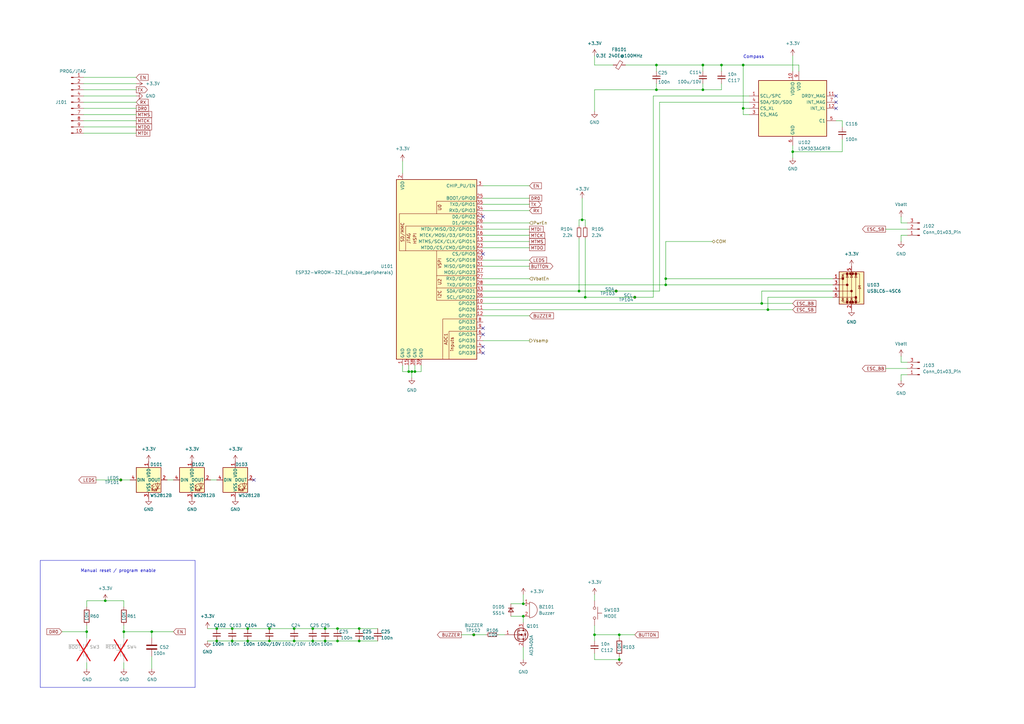
<source format=kicad_sch>
(kicad_sch (version 20231120) (generator "eeschema") (generator_version "8.0")
  (paper "A3")
  (lib_symbols
    (symbol "+3.3V_1" (power) (pin_numbers hide) (pin_names (offset 0) hide)
      (property "Value" "+3.3V" (at 0 3.556 0))
      (symbol "+3.3V_1_1_1"
        (pin power_in line (at 0 0 90) (length 0) (name "~") (number "1"))
      )
    )
    (symbol "Airsupplies:ESP32-WROOM-32E_(visible_peripherals)"
      (property "Reference" "U" (at -12.7 40.64 0))
      (property "Value" "ESP32-WROOM-32E_(visible_peripherals)" (at -12.7 38.1 0))
      (symbol "ESP32-WROOM-32E_(visible_peripherals)_0_0"
        (text "inputs" (at 6.35 -33.655 900) (effects (font (size 1.27 1.27)) (justify left)))
        (text "SD/MMC" (at -13.97 15.24 900) (effects (font (size 1.27 1.27))))
        (pin power_in line (at -13.97 -39.37 90) (length 2.54) (name "GND") (number "1"))
        (pin bidirectional line (at 19.05 -13.97 180) (length 2.54) (name "GPIO25") (number "10"))
        (pin bidirectional line (at 19.05 -16.51 180) (length 2.54) (name "GPIO26") (number "11"))
        (pin bidirectional line (at 19.05 -19.05 180) (length 2.54) (name "GPIO27") (number "12"))
        (pin bidirectional line (at 19.05 11.43 180) (length 2.54) (name "MTMS/SCK/CLK/GPIO14") (number "13"))
        (pin bidirectional line (at 19.05 16.51 180) (length 2.54) (name "MTDI/MISO/D2/GPIO12") (number "14"))
        (pin bidirectional line (at 19.05 13.97 180) (length 2.54) (name "MTCK/MOSI/D3/GPIO13") (number "16"))
        (pin no_connect line (at -19.05 3.81 0) (length 2.54) hide (name "NC") (number "17"))
        (pin no_connect line (at -19.05 1.27 0) (length 2.54) hide (name "NC") (number "18"))
        (pin no_connect line (at -19.05 -1.27 0) (length 2.54) hide (name "NC") (number "19"))
        (pin power_in line (at -13.97 39.37 270) (length 2.54) (name "VDD") (number "2"))
        (pin no_connect line (at -19.05 -3.81 0) (length 2.54) hide (name "NC") (number "20"))
        (pin no_connect line (at -19.05 -6.35 0) (length 2.54) hide (name "NC") (number "21"))
        (pin no_connect line (at -19.05 -8.89 0) (length 2.54) hide (name "NC") (number "22"))
        (pin bidirectional line (at 19.05 8.89 180) (length 2.54) (name "MTDO/CS/CMD/GPIO15") (number "23"))
        (pin bidirectional line (at 19.05 21.59 180) (length 2.54) (name "D0/GPIO2") (number "24"))
        (pin bidirectional line (at 19.05 29.21 180) (length 2.54) (name "BOOT/GPIO0") (number "25"))
        (pin bidirectional line (at 19.05 19.05 180) (length 2.54) (name "D1/GPIO4") (number "26"))
        (pin bidirectional line (at 19.05 -3.81 180) (length 2.54) (name "RXD/GPIO16") (number "27"))
        (pin bidirectional line (at 19.05 -6.35 180) (length 2.54) (name "TXD/GPIO17") (number "28"))
        (pin bidirectional line (at 19.05 6.35 180) (length 2.54) (name "CS/GPIO5") (number "29"))
        (pin input line (at 19.05 34.29 180) (length 2.54) (name "CHIP_PU/EN") (number "3"))
        (pin bidirectional line (at 19.05 3.81 180) (length 2.54) (name "SCK/GPIO18") (number "30"))
        (pin bidirectional line (at 19.05 1.27 180) (length 2.54) (name "MISO/GPIO19") (number "31"))
        (pin bidirectional line (at 19.05 -8.89 180) (length 2.54) (name "SDA/GPIO21") (number "33"))
        (pin bidirectional line (at 19.05 24.13 180) (length 2.54) (name "RXD/GPIO3") (number "34"))
        (pin bidirectional line (at 19.05 26.67 180) (length 2.54) (name "TXD/GPIO1") (number "35"))
        (pin bidirectional line (at 19.05 -11.43 180) (length 2.54) (name "SCL/GPIO22") (number "36"))
        (pin bidirectional line (at 19.05 -1.27 180) (length 2.54) (name "MOSI/GPIO23") (number "37"))
        (pin input line (at 19.05 -31.75 180) (length 2.54) (name "GPIO36") (number "4"))
        (pin input line (at 19.05 -34.29 180) (length 2.54) (name "GPIO39") (number "5"))
        (pin input line (at 19.05 -26.67 180) (length 2.54) (name "GPIO34") (number "6"))
        (pin input line (at 19.05 -29.21 180) (length 2.54) (name "GPIO35") (number "7"))
        (pin bidirectional line (at 19.05 -21.59 180) (length 2.54) (name "GPIO32") (number "8"))
        (pin bidirectional line (at 19.05 -24.13 180) (length 2.54) (name "GPIO33") (number "9"))
      )
      (symbol "ESP32-WROOM-32E_(visible_peripherals)_1_1"
        (text "ADC1" (at 3.81 -28.575 900) (effects (font (size 1.27 1.27))))
        (text "HSPI" (at -8.89 12.7 900) (effects (font (size 1.27 1.27))))
        (text "I2C" (at 1.27 -10.16 900) (effects (font (size 1.27 1.27))))
        (text "JTAG" (at -11.43 12.7 900) (effects (font (size 1.27 1.27))))
        (text "U0" (at 1.27 25.4 900) (effects (font (size 1.27 1.27))))
        (text "U2" (at 1.27 -5.08 900) (effects (font (size 1.27 1.27))))
        (text "VSPI" (at 1.27 2.54 900) (effects (font (size 1.27 1.27))))
        (pin power_in line (at -11.43 -39.37 90) (length 2.54) (name "GND") (number "15"))
        (pin no_connect line (at -19.05 -11.43 0) (length 2.54) hide (name "NC") (number "32"))
        (pin power_in line (at -8.89 -39.37 90) (length 2.54) (name "GND") (number "38"))
        (pin power_in line (at -6.35 -39.37 90) (length 2.54) (name "GND") (number "39"))
      )
    )
    (symbol "Connector:Conn_01x03_Pin" (pin_names (offset 1.016) hide)
      (property "Reference" "J" (at 0 5.08 0))
      (property "Value" "Conn_01x03_Pin" (at 0 -5.08 0))
      (symbol "Conn_01x03_Pin_1_1"
        (pin passive line (at 5.08 2.54 180) (length 3.81) (name "Pin_1") (number "1"))
        (pin passive line (at 5.08 0 180) (length 3.81) (name "Pin_2") (number "2"))
        (pin passive line (at 5.08 -2.54 180) (length 3.81) (name "Pin_3") (number "3"))
      )
    )
    (symbol "Connector:Conn_01x10_Pin" (pin_names (offset 1.016) hide)
      (property "Reference" "J" (at 0 12.7 0))
      (property "Value" "Conn_01x10_Pin" (at 0 -15.24 0))
      (symbol "Conn_01x10_Pin_1_1"
        (pin passive line (at 5.08 10.16 180) (length 3.81) (name "Pin_1") (number "1"))
        (pin passive line (at 5.08 -12.7 180) (length 3.81) (name "Pin_10") (number "10"))
        (pin passive line (at 5.08 7.62 180) (length 3.81) (name "Pin_2") (number "2"))
        (pin passive line (at 5.08 5.08 180) (length 3.81) (name "Pin_3") (number "3"))
        (pin passive line (at 5.08 2.54 180) (length 3.81) (name "Pin_4") (number "4"))
        (pin passive line (at 5.08 0 180) (length 3.81) (name "Pin_5") (number "5"))
        (pin passive line (at 5.08 -2.54 180) (length 3.81) (name "Pin_6") (number "6"))
        (pin passive line (at 5.08 -5.08 180) (length 3.81) (name "Pin_7") (number "7"))
        (pin passive line (at 5.08 -7.62 180) (length 3.81) (name "Pin_8") (number "8"))
        (pin passive line (at 5.08 -10.16 180) (length 3.81) (name "Pin_9") (number "9"))
      )
    )
    (symbol "Connector:TestPoint_Small" (pin_numbers hide) (pin_names (offset 0.762) hide)
      (property "Reference" "TP" (at 0 3.81 0))
      (property "Value" "TestPoint_Small" (at 0 2.032 0))
      (symbol "TestPoint_Small_1_1"
        (pin passive line (at 0 0 90) (length 0) (name "1") (number "1"))
      )
    )
    (symbol "Device:Buzzer" (pin_names (offset 0.0254) hide)
      (property "Reference" "BZ" (at 3.81 1.27 0))
      (property "Value" "Buzzer" (at 3.81 -1.27 0))
      (symbol "Buzzer_1_1"
        (pin passive line (at -2.54 2.54 0) (length 2.54) (name "+") (number "1"))
        (pin passive line (at -2.54 -2.54 0) (length 2.54) (name "-") (number "2"))
      )
    )
    (symbol "Device:C" (pin_numbers hide) (pin_names (offset 0.254))
      (property "Reference" "C" (at 0.635 2.54 0))
      (property "Value" "C" (at 0.635 -2.54 0))
      (symbol "C_1_1"
        (pin passive line (at 0 3.81 270) (length 2.794) (name "~") (number "1"))
        (pin passive line (at 0 -3.81 90) (length 2.794) (name "~") (number "2"))
      )
    )
    (symbol "Device:C_Small" (pin_numbers hide) (pin_names (offset 0.254) hide)
      (property "Reference" "C" (at 0.254 1.778 0))
      (property "Value" "C_Small" (at 0.254 -2.032 0))
      (symbol "C_Small_1_1"
        (pin passive line (at 0 2.54 270) (length 2.032) (name "~") (number "1"))
        (pin passive line (at 0 -2.54 90) (length 2.032) (name "~") (number "2"))
      )
    )
    (symbol "Device:D_Small" (pin_numbers hide) (pin_names (offset 0.254) hide)
      (property "Reference" "D" (at -1.27 2.032 0))
      (property "Value" "D_Small" (at -3.81 -2.032 0))
      (symbol "D_Small_1_1"
        (pin passive line (at -2.54 0 0) (length 1.778) (name "K") (number "1"))
        (pin passive line (at 2.54 0 180) (length 1.778) (name "A") (number "2"))
      )
    )
    (symbol "Device:FerriteBead_Small" (pin_numbers hide) (pin_names (offset 0))
      (property "Reference" "FB" (at 1.905 1.27 0))
      (property "Value" "FerriteBead_Small" (at 1.905 -1.27 0))
      (symbol "FerriteBead_Small_1_1"
        (pin passive line (at 0 2.54 270) (length 1.27) (name "~") (number "1"))
        (pin passive line (at 0 -2.54 90) (length 1.27) (name "~") (number "2"))
      )
    )
    (symbol "Device:R" (pin_numbers hide) (pin_names (offset 0))
      (property "Reference" "R" (at 2.032 0 90))
      (property "Value" "R" (at 0 0 90))
      (symbol "R_1_1"
        (pin passive line (at 0 3.81 270) (length 1.27) (name "~") (number "1"))
        (pin passive line (at 0 -3.81 90) (length 1.27) (name "~") (number "2"))
      )
    )
    (symbol "Device:R_Small" (pin_numbers hide) (pin_names (offset 0.254) hide)
      (property "Reference" "R" (at 0.762 0.508 0))
      (property "Value" "R_Small" (at 0.762 -1.016 0))
      (symbol "R_Small_1_1"
        (pin passive line (at 0 2.54 270) (length 0.762) (name "~") (number "1"))
        (pin passive line (at 0 -2.54 90) (length 0.762) (name "~") (number "2"))
      )
    )
    (symbol "GND_1" (power) (pin_numbers hide) (pin_names (offset 0) hide)
      (property "Value" "GND" (at 0 -3.81 0))
      (symbol "GND_1_1_1"
        (pin power_in line (at 0 0 270) (length 0) (name "~") (number "1"))
      )
    )
    (symbol "LED:WS2812B" (pin_names (offset 0.254))
      (property "Reference" "D" (at 5.08 5.715 0))
      (property "Value" "WS2812B" (at 1.27 -5.715 0))
      (symbol "WS2812B_0_0"
        (text "RGB" (at 2.286 -4.191 0) (effects (font (size 0.762 0.762))))
      )
      (symbol "WS2812B_1_1"
        (pin power_in line (at 0 7.62 270) (length 2.54) (name "VDD") (number "1"))
        (pin output line (at 7.62 0 180) (length 2.54) (name "DOUT") (number "2"))
        (pin power_in line (at 0 -7.62 90) (length 2.54) (name "VSS") (number "3"))
        (pin input line (at -7.62 0 0) (length 2.54) (name "DIN") (number "4"))
      )
    )
    (symbol "Power_Protection:USBLC6-4SC6" (pin_names hide)
      (property "Reference" "U" (at 1.27 9.525 0))
      (property "Value" "USBLC6-4SC6" (at 1.27 6.985 0))
      (symbol "USBLC6-4SC6_1_1"
        (pin passive line (at -7.62 2.54 0) (length 2.54) (name "I/O1") (number "1"))
        (pin passive line (at 0 -10.16 90) (length 2.54) (name "GND") (number "2"))
        (pin passive line (at -7.62 0 0) (length 2.54) (name "I/O2") (number "3"))
        (pin passive line (at -7.62 -2.54 0) (length 2.54) (name "I/O3") (number "4"))
        (pin passive line (at 0 7.62 270) (length 2.54) (name "VBUS") (number "5"))
        (pin passive line (at -7.62 -5.08 0) (length 2.54) (name "I/O4") (number "6"))
      )
    )
    (symbol "Sensor_Motion:LSM303C"
      (property "Reference" "U" (at -11.43 15.24 0))
      (property "Value" "LSM303C" (at -5.08 13.97 0))
      (symbol "LSM303C_1_1"
        (pin input line (at -17.78 5.08 0) (length 3.81) (name "SCL/SPC") (number "1"))
        (pin power_in line (at 0 15.24 270) (length 3.81) (name "VDDIO") (number "10"))
        (pin output line (at 17.78 5.08 180) (length 3.81) (name "DRDY_MAG") (number "11"))
        (pin output line (at 17.78 0 180) (length 3.81) (name "INT_XL") (number "12"))
        (pin input line (at -17.78 0 0) (length 3.81) (name "CS_XL") (number "2"))
        (pin input line (at -17.78 -2.54 0) (length 3.81) (name "CS_MAG") (number "3"))
        (pin bidirectional line (at -17.78 2.54 0) (length 3.81) (name "SDA/SDI/SDO") (number "4"))
        (pin passive line (at 17.78 -5.08 180) (length 3.81) (name "C1") (number "5"))
        (pin power_in line (at 0 -15.24 90) (length 3.81) (name "GND") (number "6"))
        (pin output line (at 17.78 2.54 180) (length 3.81) (name "INT_MAG") (number "7"))
        (pin passive line (at 0 -15.24 90) (length 3.81) hide (name "GND") (number "8"))
        (pin power_in line (at 2.54 15.24 270) (length 3.81) (name "VDD") (number "9"))
      )
    )
    (symbol "Switch:SW_Push" (pin_numbers hide) (pin_names (offset 1.016) hide)
      (property "Reference" "SW" (at 1.27 2.54 0))
      (property "Value" "SW_Push" (at 0 -1.524 0))
      (symbol "SW_Push_0_1"
        (pin passive line (at -5.08 0 0) (length 2.54) (name "1") (number "1"))
        (pin passive line (at 5.08 0 180) (length 2.54) (name "2") (number "2"))
      )
    )
    (symbol "Transistor_FET:2N7002" (pin_names hide)
      (property "Reference" "Q" (at 5.08 1.905 0))
      (property "Value" "2N7002" (at 5.08 0 0))
      (symbol "2N7002_1_1"
        (pin input line (at -5.08 0 0) (length 2.54) (name "G") (number "1"))
        (pin passive line (at 2.54 -5.08 90) (length 2.54) (name "S") (number "2"))
        (pin passive line (at 2.54 5.08 270) (length 2.54) (name "D") (number "3"))
      )
    )
    (symbol "power:+3.3V" (power) (pin_names (offset 0))
      (property "Value" "+3.3V" (at 0 3.556 0))
      (symbol "+3.3V_1_1"
        (pin power_in line (at 0 0 90) (length 0) hide (name "+3.3V") (number "1"))
      )
    )
    (symbol "power:+5V" (power) (pin_names (offset 0))
      (property "Value" "+5V" (at 0 3.556 0))
      (symbol "+5V_1_1"
        (pin power_in line (at 0 0 90) (length 0) hide (name "+5V") (number "1"))
      )
    )
    (symbol "power:GND" (power) (pin_names (offset 0))
      (property "Value" "GND" (at 0 -3.81 0))
      (symbol "GND_1_1"
        (pin power_in line (at 0 0 270) (length 0) hide (name "GND") (number "1"))
      )
    )
  )
  (junction (at 35.56 259.08))
  (junction (at 128.27 262.89))
  (junction (at 269.24 26.67))
  (junction (at 138.43 257.81))
  (junction (at 243.84 260.35))
  (junction (at 128.27 257.81))
  (junction (at 50.8 259.08))
  (junction (at 314.96 127))
  (junction (at 288.29 26.67))
  (junction (at 120.65 262.89))
  (junction (at 167.64 152.4))
  (junction (at 101.6 257.81))
  (junction (at 43.18 246.38))
  (junction (at 214.63 252.73))
  (junction (at 304.8 26.67))
  (junction (at 133.35 257.81))
  (junction (at 133.35 262.89))
  (junction (at 110.49 257.81))
  (junction (at 138.43 262.89))
  (junction (at 273.05 116.84))
  (junction (at 170.18 152.4))
  (junction (at 101.6 262.89))
  (junction (at 49.53 196.85))
  (junction (at 240.03 121.92))
  (junction (at 260.35 121.92))
  (junction (at 62.23 259.08))
  (junction (at 88.9 257.81))
  (junction (at 269.24 36.83))
  (junction (at 254 260.35))
  (junction (at 304.8 44.45))
  (junction (at 238.76 90.17))
  (junction (at 120.65 257.81))
  (junction (at 147.32 262.89))
  (junction (at 88.9 262.89))
  (junction (at 214.63 247.65))
  (junction (at 110.49 262.89))
  (junction (at 325.12 62.23))
  (junction (at 312.42 124.46))
  (junction (at 237.49 119.38))
  (junction (at 147.32 257.81))
  (junction (at 168.91 152.4))
  (junction (at 273.05 114.3))
  (junction (at 194.31 260.35))
  (junction (at 288.29 36.83))
  (junction (at 252.73 119.38))
  (junction (at 254 270.51))
  (junction (at 295.91 26.67))
  (junction (at 95.25 257.81))
  (junction (at 95.25 262.89))
  (no_connect (at 198.12 142.24))
  (no_connect (at 198.12 144.78))
  (no_connect (at 198.12 104.14))
  (no_connect (at 104.14 196.85))
  (no_connect (at 342.9 41.91))
  (no_connect (at 198.12 134.62))
  (no_connect (at 342.9 44.45))
  (no_connect (at 198.12 137.16))
  (no_connect (at 342.9 39.37))
  (no_connect (at 198.12 88.9))
  (wire (pts (xy 217.17 96.52) (xy 198.12 96.52)))
  (wire (pts (xy 209.55 252.73) (xy 214.63 252.73)))
  (wire (pts (xy 295.91 26.67) (xy 304.8 26.67)))
  (wire (pts (xy 252.73 119.38) (xy 270.51 119.38)))
  (wire (pts (xy 88.9 257.81) (xy 95.25 257.81)))
  (wire (pts (xy 243.84 260.35) (xy 254 260.35)))
  (wire (pts (xy 55.88 44.45) (xy 34.29 44.45)))
  (wire (pts (xy 85.09 257.81) (xy 88.9 257.81)))
  (wire (pts (xy 240.03 121.92) (xy 260.35 121.92)))
  (wire (pts (xy 256.54 26.67) (xy 269.24 26.67)))
  (wire (pts (xy 168.91 152.4) (xy 168.91 154.94)))
  (wire (pts (xy 260.35 260.35) (xy 254 260.35)))
  (wire (pts (xy 238.76 81.28) (xy 238.76 90.17)))
  (wire (pts (xy 39.37 196.85) (xy 49.53 196.85)))
  (wire (pts (xy 198.12 109.22) (xy 217.17 109.22)))
  (wire (pts (xy 120.65 262.89) (xy 128.27 262.89)))
  (wire (pts (xy 168.91 152.4) (xy 170.18 152.4)))
  (wire (pts (xy 304.8 46.99) (xy 307.34 46.99)))
  (polyline (pts (xy 16.51 229.87) (xy 80.01 229.87)))
  (wire (pts (xy 312.42 119.38) (xy 312.42 124.46)))
  (wire (pts (xy 138.43 257.81) (xy 147.32 257.81)))
  (wire (pts (xy 288.29 26.67) (xy 288.29 29.21)))
  (wire (pts (xy 88.9 262.89) (xy 95.25 262.89)))
  (wire (pts (xy 214.63 270.51) (xy 214.63 265.43)))
  (wire (pts (xy 243.84 26.67) (xy 243.84 22.86)))
  (wire (pts (xy 194.31 260.35) (xy 199.39 260.35)))
  (wire (pts (xy 238.76 90.17) (xy 240.03 90.17)))
  (wire (pts (xy 269.24 36.83) (xy 269.24 34.29)))
  (wire (pts (xy 133.35 262.89) (xy 138.43 262.89)))
  (wire (pts (xy 214.63 252.73) (xy 214.63 255.27)))
  (wire (pts (xy 198.12 127) (xy 314.96 127)))
  (wire (pts (xy 243.84 36.83) (xy 243.84 45.72)))
  (wire (pts (xy 341.63 119.38) (xy 312.42 119.38)))
  (wire (pts (xy 325.12 62.23) (xy 325.12 59.69)))
  (wire (pts (xy 295.91 34.29) (xy 295.91 36.83)))
  (wire (pts (xy 198.12 114.3) (xy 217.17 114.3)))
  (wire (pts (xy 170.18 152.4) (xy 172.72 152.4)))
  (wire (pts (xy 68.58 196.85) (xy 71.12 196.85)))
  (wire (pts (xy 35.56 246.38) (xy 43.18 246.38)))
  (wire (pts (xy 345.44 57.15) (xy 345.44 62.23)))
  (wire (pts (xy 55.88 34.29) (xy 34.29 34.29)))
  (wire (pts (xy 288.29 36.83) (xy 295.91 36.83)))
  (wire (pts (xy 50.8 256.54) (xy 50.8 259.08)))
  (wire (pts (xy 243.84 36.83) (xy 269.24 36.83)))
  (wire (pts (xy 165.1 66.04) (xy 165.1 71.12)))
  (wire (pts (xy 34.29 46.99) (xy 55.88 46.99)))
  (wire (pts (xy 198.12 81.28) (xy 217.17 81.28)))
  (wire (pts (xy 369.57 153.67) (xy 372.11 153.67)))
  (wire (pts (xy 101.6 257.81) (xy 110.49 257.81)))
  (wire (pts (xy 50.8 259.08) (xy 62.23 259.08)))
  (wire (pts (xy 189.23 260.35) (xy 194.31 260.35)))
  (wire (pts (xy 342.9 49.53) (xy 345.44 49.53)))
  (wire (pts (xy 251.46 26.67) (xy 243.84 26.67)))
  (wire (pts (xy 369.57 148.59) (xy 372.11 148.59)))
  (wire (pts (xy 345.44 49.53) (xy 345.44 52.07)))
  (wire (pts (xy 273.05 114.3) (xy 341.63 114.3)))
  (wire (pts (xy 133.35 257.81) (xy 138.43 257.81)))
  (wire (pts (xy 95.25 262.89) (xy 101.6 262.89)))
  (wire (pts (xy 269.24 36.83) (xy 288.29 36.83)))
  (wire (pts (xy 345.44 62.23) (xy 325.12 62.23)))
  (wire (pts (xy 43.18 246.38) (xy 50.8 246.38)))
  (wire (pts (xy 240.03 97.79) (xy 240.03 121.92)))
  (wire (pts (xy 369.57 146.05) (xy 369.57 148.59)))
  (wire (pts (xy 288.29 34.29) (xy 288.29 36.83)))
  (wire (pts (xy 325.12 64.77) (xy 325.12 62.23)))
  (wire (pts (xy 35.56 259.08) (xy 35.56 261.62)))
  (wire (pts (xy 273.05 114.3) (xy 273.05 116.84)))
  (wire (pts (xy 165.1 152.4) (xy 165.1 149.86)))
  (wire (pts (xy 110.49 262.89) (xy 120.65 262.89)))
  (wire (pts (xy 128.27 257.81) (xy 133.35 257.81)))
  (wire (pts (xy 217.17 93.98) (xy 198.12 93.98)))
  (wire (pts (xy 363.22 93.98) (xy 372.11 93.98)))
  (wire (pts (xy 198.12 91.44) (xy 217.17 91.44)))
  (wire (pts (xy 50.8 261.62) (xy 50.8 259.08)))
  (wire (pts (xy 198.12 119.38) (xy 237.49 119.38)))
  (wire (pts (xy 35.56 246.38) (xy 35.56 248.92)))
  (wire (pts (xy 55.88 36.83) (xy 34.29 36.83)))
  (wire (pts (xy 312.42 124.46) (xy 325.12 124.46)))
  (wire (pts (xy 55.88 41.91) (xy 34.29 41.91)))
  (wire (pts (xy 237.49 119.38) (xy 252.73 119.38)))
  (wire (pts (xy 35.56 274.32) (xy 35.56 271.78)))
  (wire (pts (xy 243.84 256.54) (xy 243.84 260.35)))
  (wire (pts (xy 325.12 22.86) (xy 325.12 29.21)))
  (wire (pts (xy 35.56 259.08) (xy 25.4 259.08)))
  (wire (pts (xy 62.23 259.08) (xy 62.23 261.62)))
  (wire (pts (xy 101.6 262.89) (xy 110.49 262.89)))
  (wire (pts (xy 269.24 26.67) (xy 288.29 26.67)))
  (wire (pts (xy 214.63 243.84) (xy 214.63 247.65)))
  (wire (pts (xy 341.63 121.92) (xy 314.96 121.92)))
  (wire (pts (xy 34.29 49.53) (xy 55.88 49.53)))
  (wire (pts (xy 85.09 262.89) (xy 88.9 262.89)))
  (wire (pts (xy 170.18 152.4) (xy 170.18 149.86)))
  (wire (pts (xy 254 260.35) (xy 254 261.62)))
  (wire (pts (xy 267.97 39.37) (xy 307.34 39.37)))
  (wire (pts (xy 110.49 257.81) (xy 120.65 257.81)))
  (wire (pts (xy 369.57 99.06) (xy 369.57 96.52)))
  (wire (pts (xy 128.27 262.89) (xy 133.35 262.89)))
  (wire (pts (xy 209.55 247.65) (xy 214.63 247.65)))
  (wire (pts (xy 327.66 29.21) (xy 327.66 26.67)))
  (wire (pts (xy 369.57 91.44) (xy 372.11 91.44)))
  (wire (pts (xy 50.8 246.38) (xy 50.8 248.92)))
  (wire (pts (xy 147.32 262.89) (xy 154.94 262.89)))
  (polyline (pts (xy 80.01 281.94) (xy 16.51 281.94)))
  (wire (pts (xy 243.84 243.84) (xy 243.84 246.38)))
  (wire (pts (xy 86.36 196.85) (xy 88.9 196.85)))
  (wire (pts (xy 34.29 54.61) (xy 55.88 54.61)))
  (wire (pts (xy 49.53 196.85) (xy 53.34 196.85)))
  (wire (pts (xy 288.29 26.67) (xy 295.91 26.67)))
  (wire (pts (xy 198.12 129.54) (xy 217.17 129.54)))
  (wire (pts (xy 270.51 119.38) (xy 270.51 41.91)))
  (wire (pts (xy 217.17 99.06) (xy 198.12 99.06)))
  (wire (pts (xy 341.63 116.84) (xy 273.05 116.84)))
  (wire (pts (xy 165.1 152.4) (xy 167.64 152.4)))
  (polyline (pts (xy 16.51 281.94) (xy 16.51 229.87)))
  (wire (pts (xy 369.57 96.52) (xy 372.11 96.52)))
  (wire (pts (xy 167.64 152.4) (xy 168.91 152.4)))
  (wire (pts (xy 237.49 90.17) (xy 238.76 90.17)))
  (wire (pts (xy 314.96 121.92) (xy 314.96 127)))
  (wire (pts (xy 269.24 26.67) (xy 269.24 29.21)))
  (wire (pts (xy 35.56 256.54) (xy 35.56 259.08)))
  (wire (pts (xy 243.84 267.97) (xy 243.84 270.51)))
  (wire (pts (xy 217.17 101.6) (xy 198.12 101.6)))
  (wire (pts (xy 240.03 90.17) (xy 240.03 92.71)))
  (wire (pts (xy 304.8 26.67) (xy 327.66 26.67)))
  (wire (pts (xy 237.49 90.17) (xy 237.49 92.71)))
  (wire (pts (xy 273.05 116.84) (xy 198.12 116.84)))
  (wire (pts (xy 147.32 257.81) (xy 154.94 257.81)))
  (wire (pts (xy 62.23 269.24) (xy 62.23 274.32)))
  (wire (pts (xy 254 269.24) (xy 254 270.51)))
  (wire (pts (xy 304.8 44.45) (xy 304.8 46.99)))
  (polyline (pts (xy 80.01 229.87) (xy 80.01 281.94)))
  (wire (pts (xy 243.84 270.51) (xy 254 270.51)))
  (wire (pts (xy 55.88 31.75) (xy 34.29 31.75)))
  (wire (pts (xy 198.12 106.68) (xy 217.17 106.68)))
  (wire (pts (xy 62.23 259.08) (xy 71.12 259.08)))
  (wire (pts (xy 363.22 151.13) (xy 372.11 151.13)))
  (wire (pts (xy 295.91 26.67) (xy 295.91 29.21)))
  (wire (pts (xy 314.96 127) (xy 325.12 127)))
  (wire (pts (xy 95.25 257.81) (xy 101.6 257.81)))
  (wire (pts (xy 270.51 41.91) (xy 307.34 41.91)))
  (wire (pts (xy 50.8 274.32) (xy 50.8 271.78)))
  (wire (pts (xy 369.57 156.21) (xy 369.57 153.67)))
  (wire (pts (xy 217.17 86.36) (xy 198.12 86.36)))
  (wire (pts (xy 138.43 262.89) (xy 147.32 262.89)))
  (wire (pts (xy 237.49 97.79) (xy 237.49 119.38)))
  (wire (pts (xy 217.17 83.82) (xy 198.12 83.82)))
  (wire (pts (xy 217.17 76.2) (xy 198.12 76.2)))
  (wire (pts (xy 267.97 39.37) (xy 267.97 121.92)))
  (wire (pts (xy 172.72 149.86) (xy 172.72 152.4)))
  (wire (pts (xy 167.64 149.86) (xy 167.64 152.4)))
  (wire (pts (xy 198.12 121.92) (xy 240.03 121.92)))
  (wire (pts (xy 198.12 124.46) (xy 312.42 124.46)))
  (wire (pts (xy 34.29 52.07) (xy 55.88 52.07)))
  (wire (pts (xy 369.57 88.9) (xy 369.57 91.44)))
  (wire (pts (xy 260.35 121.92) (xy 267.97 121.92)))
  (wire (pts (xy 120.65 257.81) (xy 128.27 257.81)))
  (wire (pts (xy 273.05 99.06) (xy 273.05 114.3)))
  (wire (pts (xy 217.17 139.7) (xy 198.12 139.7)))
  (wire (pts (xy 204.47 260.35) (xy 207.01 260.35)))
  (wire (pts (xy 243.84 260.35) (xy 243.84 262.89)))
  (wire (pts (xy 307.34 44.45) (xy 304.8 44.45)))
  (wire (pts (xy 273.05 99.06) (xy 292.1 99.06)))
  (wire (pts (xy 55.88 39.37) (xy 34.29 39.37)))
  (wire (pts (xy 304.8 26.67) (xy 304.8 44.45)))
  (text "Compass" (at 304.8 24.13 0) (effects (font (size 1.27 1.27)) (justify left bottom)))
  (text "Manual reset / program enable" (at 33.02 234.95 0) (effects (font (size 1.27 1.27)) (justify left bottom)))
  (global_label "MTDO" (shape passive) (at 55.88 52.07 0) (property "Intersheetrefs" "${INTERSHEET_REFS}" (effects (hide yes))))
  (global_label "MTDI" (shape passive) (at 217.17 93.98 0) (property "Intersheetrefs" "${INTERSHEET_REFS}" (effects (hide yes))))
  (global_label "MTMS" (shape passive) (at 55.88 46.99 0) (property "Intersheetrefs" "${INTERSHEET_REFS}" (effects (hide yes))))
  (global_label "MTCK" (shape passive) (at 55.88 49.53 0) (property "Intersheetrefs" "${INTERSHEET_REFS}" (effects (hide yes))))
  (global_label "BUTTON" (shape input) (at 260.35 260.35 0) (property "Intersheetrefs" "${INTERSHEET_REFS}" (effects (hide yes))))
  (global_label "MTDI" (shape passive) (at 55.88 54.61 0) (property "Intersheetrefs" "${INTERSHEET_REFS}" (effects (hide yes))))
  (global_label "MTCK" (shape passive) (at 217.17 96.52 0) (property "Intersheetrefs" "${INTERSHEET_REFS}" (effects (hide yes))))
  (global_label "BUZZER" (shape input) (at 217.17 129.54 0) (property "Intersheetrefs" "${INTERSHEET_REFS}" (effects (hide yes))))
  (global_label "ESC_BB" (shape input) (at 325.12 124.46 0) (property "Intersheetrefs" "${INTERSHEET_REFS}" (effects (hide yes))))
  (global_label "TX" (shape output) (at 55.88 36.83 0) (property "Intersheetrefs" "${INTERSHEET_REFS}" (effects (hide yes))))
  (global_label "DR0" (shape input) (at 25.4 259.08 180) (property "Intersheetrefs" "${INTERSHEET_REFS}" (effects (hide yes))))
  (global_label "EN" (shape input) (at 71.12 259.08 0) (property "Intersheetrefs" "${INTERSHEET_REFS}" (effects (hide yes))))
  (global_label "BUZZER" (shape output) (at 189.23 260.35 180) (property "Intersheetrefs" "${INTERSHEET_REFS}" (effects (hide yes))))
  (global_label "MTDO" (shape passive) (at 217.17 101.6 0) (property "Intersheetrefs" "${INTERSHEET_REFS}" (effects (hide yes))))
  (global_label "TX" (shape output) (at 217.17 83.82 0) (property "Intersheetrefs" "${INTERSHEET_REFS}" (effects (hide yes))))
  (global_label "EN" (shape input) (at 217.17 76.2 0) (property "Intersheetrefs" "${INTERSHEET_REFS}" (effects (hide yes))))
  (global_label "BUTTON" (shape output) (at 217.17 109.22 0) (property "Intersheetrefs" "${INTERSHEET_REFS}" (effects (hide yes))))
  (global_label "ESC_SB" (shape input) (at 325.12 127 0) (property "Intersheetrefs" "${INTERSHEET_REFS}" (effects (hide yes))))
  (global_label "RX" (shape input) (at 55.88 41.91 0) (property "Intersheetrefs" "${INTERSHEET_REFS}" (effects (hide yes))))
  (global_label "EN" (shape input) (at 55.88 31.75 0) (property "Intersheetrefs" "${INTERSHEET_REFS}" (effects (hide yes))))
  (global_label "ESC_SB" (shape output) (at 363.22 93.98 180) (property "Intersheetrefs" "${INTERSHEET_REFS}" (effects (hide yes))))
  (global_label "ESC_BB" (shape output) (at 363.22 151.13 180) (property "Intersheetrefs" "${INTERSHEET_REFS}" (effects (hide yes))))
  (global_label "LEDS" (shape output) (at 39.37 196.85 180) (property "Intersheetrefs" "${INTERSHEET_REFS}" (effects (hide yes))))
  (global_label "RX" (shape input) (at 217.17 86.36 0) (property "Intersheetrefs" "${INTERSHEET_REFS}" (effects (hide yes))))
  (global_label "MTMS" (shape passive) (at 217.17 99.06 0) (property "Intersheetrefs" "${INTERSHEET_REFS}" (effects (hide yes))))
  (global_label "DR0" (shape passive) (at 217.17 81.28 0) (property "Intersheetrefs" "${INTERSHEET_REFS}" (effects (hide yes))))
  (global_label "DR0" (shape passive) (at 55.88 44.45 0) (property "Intersheetrefs" "${INTERSHEET_REFS}" (effects (hide yes))))
  (global_label "LEDS" (shape input) (at 217.17 106.68 0) (property "Intersheetrefs" "${INTERSHEET_REFS}" (effects (hide yes))))
  (hierarchical_label "VbatEn" (shape input) (at 217.17 114.3 0))
  (hierarchical_label "COM" (shape bidirectional) (at 292.1 99.06 0))
  (hierarchical_label "Vsamp" (shape output) (at 217.17 139.7 0))
  (hierarchical_label "PwrEn" (shape input) (at 217.17 91.44 0))
  (symbol (lib_id "power:+3.3V") (at 43.18 246.38 0) (unit 1)
    (property "Reference" "#PWR0102" (effects (hide yes)))
    (property "Value" "+3.3V" (at 43.18 241.3 0))
  )
  (symbol (lib_id "power:+3.3V") (at 243.84 22.86 0) (unit 1)
    (property "Reference" "#PWR0120" (effects (hide yes)))
    (property "Value" "+3.3V" (at 243.84 17.78 0))
  )
  (symbol (lib_id "Device:C_Small") (at 345.44 54.61 0) (unit 1)
    (property "Reference" "C116" (at 346.71 50.8 0) (effects (justify left)))
    (property "Value" "100n" (at 346.71 57.15 0) (effects (justify left)))
    (property "Footprint" "A_Device:C_0603" (effects (hide yes)))
    (property "LCSC" "C14663" (effects (hide yes)))
  )
  (symbol (lib_id "Device:C_Small") (at 120.65 260.35 0) (unit 1)
    (property "Reference" "C24" (at 119.38 256.54 0) (effects (justify left)))
    (property "Value" "100u/10V" (at 115.57 264.16 0) (effects (justify left)))
    (property "Footprint" "Capacitor_SMD:C_1210_3225Metric" (effects (hide yes)))
    (property "LCSC" "C23742" (effects (hide yes)))
    (instances (project "NIKOLA-02-E-001_PCAScannerController_R1" (path "" (reference "C24") (unit 1))) (project "Robuoy-Sub" (path "" (reference "C106") (unit 1))))
  )
  (symbol (lib_id "power:GND") (at 50.8 274.32 0) (unit 1)
    (property "Reference" "#PWR0123" (effects (hide yes)))
    (property "Value" "GND" (at 50.927 278.7142 0))
    (instances (project "Smartbox4.0_V1.3" (path "" (reference "#PWR0123") (unit 1))) (project "Robuoy-Sub" (path "" (reference "#PWR0103") (unit 1))))
  )
  (symbol (lib_name "GND_1") (lib_id "power:GND") (at 369.57 99.06 0) (unit 1)
    (property "Reference" "#PWR0129" (effects (hide yes)))
    (property "Value" "GND" (at 369.57 104.14 0))
    (property "Description" "Power symbol creates a global label with name \"GND\" , ground" (effects (hide yes)))
  )
  (symbol (lib_id "power:GND") (at 78.74 204.47 0) (unit 1)
    (property "Reference" "#PWR0110" (effects (hide yes)))
    (property "Value" "GND" (at 78.74 208.915 0))
  )
  (symbol (lib_id "power:GND") (at 214.63 270.51 0) (mirror y) (unit 1)
    (property "Reference" "#PWR0123" (effects (hide yes)))
    (property "Value" "GND" (at 214.63 275.59 0))
  )
  (symbol (lib_id "Switch:SW_Push") (at 50.8 266.7 90) (unit 1) (in_bom no) (dnp yes)
    (property "Reference" "SW4" (at 52.0192 265.3792 90) (effects (justify right)))
    (property "Value" "~{RESET}" (at 43.18 265.43 90) (effects (justify right)))
    (property "Footprint" "Connector_PinHeader_2.54mm:PinHeader_1x02_P2.54mm_Vertical" (effects (hide yes)))
    (property "Farnell" "-" (effects (hide yes)))
    (instances (project "Smartbox4.0_V1.3" (path "" (reference "SW4") (unit 1))) (project "Robuoy-Sub" (path "" (reference "SW102") (unit 1))))
  )
  (symbol (lib_id "Sensor_Motion:LSM303C") (at 325.12 44.45 0) (unit 1)
    (property "Reference" "U102" (at 327.3141 58.42 0) (effects (justify left)))
    (property "Value" "LSM303AGRTR" (at 327.3141 60.96 0) (effects (justify left)))
    (property "Footprint" "Package_LGA:LGA-12_2x2mm_P0.5mm" (effects (hide yes)))
    (property "Datasheet" "www.st.com/resource/en/datasheet/lsm303c.pdf" (effects (hide yes)))
    (property "LCSC" "C126671" (effects (hide yes)))
  )
  (symbol (lib_id "Device:C_Small") (at 269.24 31.75 0) (unit 1)
    (property "Reference" "C25" (at 269.875 29.845 0) (effects (justify left)))
    (property "Value" "100n" (at 269.875 33.655 0) (effects (justify left)))
    (property "Footprint" "A_Device:C_0603" (effects (hide yes)))
    (property "LCSC" "C14663" (effects (hide yes)))
    (instances (project "NIKOLA-02-E-001_PCAScannerController_R1" (path "" (reference "C25") (unit 1))) (project "Robuoy-Sub" (path "" (reference "C113") (unit 1))))
  )
  (symbol (lib_id "Device:D_Small") (at 209.55 250.19 90) (mirror x) (unit 1)
    (property "Reference" "D105" (at 207.01 248.9199 90) (effects (justify left)))
    (property "Value" "SS14" (at 207.01 251.4599 90) (effects (justify left)))
    (property "Footprint" "A_Device:D_SMA_4.3x3x2.4" (effects (hide yes)))
    (property "Sim.Device" "D" (effects (hide yes)))
    (property "Sim.Pins" "1=K 2=A" (effects (hide yes)))
    (property "LCSC" "C2480" (effects (hide yes)))
  )
  (symbol (lib_name "+3.3V_1") (lib_id "power:+3.3V") (at 369.57 146.05 0) (unit 1)
    (property "Reference" "#PWR0130" (effects (hide yes)))
    (property "Value" "Vbatt" (at 369.57 140.97 0))
    (property "Description" "Power symbol creates a global label with name \"+3.3V\"" (effects (hide yes)))
  )
  (symbol (lib_id "Device:R_Small") (at 201.93 260.35 270) (unit 1)
    (property "Reference" "R106" (at 201.93 258.572 90))
    (property "Value" "100" (at 202.184 260.35 90))
    (property "Footprint" "A_Device:R_0603" (effects (hide yes)))
    (property "Description" "Resistor, small symbol" (effects (hide yes)))
    (property "LCSC" "C22775" (effects (hide yes)))
  )
  (symbol (lib_id "Device:Buzzer") (at 217.17 250.19 0) (unit 1)
    (property "Reference" "BZ101" (at 220.98 248.9199 0) (effects (justify left)))
    (property "Value" "Buzzer" (at 220.98 251.4599 0) (effects (justify left)))
    (property "Footprint" "A_Misc:Buzzer-12x6.5x5.2" (effects (hide yes)))
    (property "Description" "Buzzer, polarized" (effects (hide yes)))
    (property "LCSC" "C968749" (effects (hide yes)))
  )
  (symbol (lib_id "Device:R") (at 50.8 252.73 0) (unit 1)
    (property "Reference" "R61" (at 52.07 252.73 0) (effects (justify left)))
    (property "Value" "10K" (at 50.8 252.73 90))
    (property "Footprint" "A_Device:R_0603" (effects (hide yes)))
    (property "Farnell" "2331736" (effects (hide yes)))
    (property "MF" "TE CONNECTIVITY" (effects (hide yes)))
    (property "MFN" "CRGH0603F10K" (effects (hide yes)))
    (property "LCSC" "C25804" (effects (hide yes)))
    (instances (project "Smartbox4.0_V1.3" (path "" (reference "R61") (unit 1))) (project "Robuoy-Sub" (path "" (reference "R102") (unit 1))))
  )
  (symbol (lib_id "Device:R") (at 254 265.43 0) (unit 1)
    (property "Reference" "R103" (at 255.27 265.43 0) (effects (justify left)))
    (property "Value" "10K" (at 254 265.43 90))
    (property "Footprint" "A_Device:R_0603" (effects (hide yes)))
    (property "Farnell" "2331736" (effects (hide yes)))
    (property "MF" "TE CONNECTIVITY" (effects (hide yes)))
    (property "MFN" "CRGH0603F10K" (effects (hide yes)))
    (property "LCSC" "C25804" (effects (hide yes)))
  )
  (symbol (lib_id "Device:R_Small") (at 237.49 95.25 0) (mirror y) (unit 1)
    (property "Reference" "R104" (at 234.95 93.98 0) (effects (justify left)))
    (property "Value" "2.2k" (at 234.95 96.52 0) (effects (justify left)))
    (property "Footprint" "A_Device:R_0603" (effects (hide yes)))
    (property "LCSC" "C4190" (effects (hide yes)))
  )
  (symbol (lib_id "Device:C_Small") (at 110.49 260.35 0) (unit 1)
    (property "Reference" "C24" (at 109.22 256.54 0) (effects (justify left)))
    (property "Value" "100u/10V" (at 105.41 264.16 0) (effects (justify left)))
    (property "Footprint" "Capacitor_SMD:C_1210_3225Metric" (effects (hide yes)))
    (property "LCSC" "C23742" (effects (hide yes)))
    (instances (project "NIKOLA-02-E-001_PCAScannerController_R1" (path "" (reference "C24") (unit 1))) (project "Robuoy-Sub" (path "" (reference "C105") (unit 1))))
  )
  (symbol (lib_id "power:GND") (at 35.56 274.32 0) (unit 1)
    (property "Reference" "#PWR081" (effects (hide yes)))
    (property "Value" "GND" (at 35.687 278.7142 0))
    (instances (project "Smartbox4.0_V1.3" (path "" (reference "#PWR081") (unit 1))) (project "Robuoy-Sub" (path "" (reference "#PWR0101") (unit 1))))
  )
  (symbol (lib_id "Device:FerriteBead_Small") (at 254 26.67 90) (unit 1)
    (property "Reference" "FB101" (at 253.9619 20.32 90))
    (property "Value" "0.3E 240E@100MHz" (at 253.9619 22.86 90))
    (property "Footprint" "A_Device:L_0805_(1.2)" (effects (hide yes)))
    (property "Datasheet" "https://wmsc.lcsc.com/wmsc/upload/file/pdf/v2/lcsc/2201191230_Linekey-FBC2012-102Y_C2941558.pdf" (effects (hide yes)))
    (property "Description" "Ferrite bead, small symbol" (effects (hide yes)))
    (property "LCSC" "C2941558" (effects (hide yes)))
  )
  (symbol (lib_id "Device:R_Small") (at 240.03 95.25 0) (unit 1)
    (property "Reference" "R105" (at 242.57 93.98 0) (effects (justify left)))
    (property "Value" "2.2k" (at 242.57 96.52 0) (effects (justify left)))
    (property "Footprint" "A_Device:R_0603" (effects (hide yes)))
    (property "LCSC" "C4190" (effects (hide yes)))
  )
  (symbol (lib_id "Device:C_Small") (at 133.35 260.35 0) (unit 1)
    (property "Reference" "C25" (at 131.445 256.54 0) (effects (justify left)))
    (property "Value" "100n" (at 131.445 264.16 0) (effects (justify left)))
    (property "Footprint" "A_Device:C_0603" (effects (hide yes)))
    (property "LCSC" "C14663" (effects (hide yes)))
    (instances (project "NIKOLA-02-E-001_PCAScannerController_R1" (path "" (reference "C25") (unit 1))) (project "Robuoy-Sub" (path "" (reference "C108") (unit 1))))
  )
  (symbol (lib_id "Device:C_Small") (at 95.25 260.35 0) (unit 1)
    (property "Reference" "C103" (at 93.98 256.54 0) (effects (justify left)))
    (property "Value" "100n" (at 93.345 264.16 0) (effects (justify left)))
    (property "Footprint" "A_Device:C_0603" (effects (hide yes)))
    (property "LCSC" "C14663" (effects (hide yes)))
  )
  (symbol (lib_id "Connector:Conn_01x03_Pin") (at 377.19 151.13 180) (unit 1)
    (property "Reference" "J103" (at 378.46 149.8599 0) (effects (justify right)))
    (property "Value" "Conn_01x03_Pin" (at 378.46 152.3999 0) (effects (justify right)))
    (property "Footprint" "Connector_Wire:SolderWire-0.75sqmm_1x03_P4.8mm_D1.25mm_OD2.3mm" (effects (hide yes)))
    (property "Description" "Generic connector, single row, 01x03, script generated" (effects (hide yes)))
  )
  (symbol (lib_id "power:GND") (at 96.52 204.47 0) (unit 1)
    (property "Reference" "#PWR0114" (effects (hide yes)))
    (property "Value" "GND" (at 96.52 208.915 0))
  )
  (symbol (lib_id "Device:C_Small") (at 288.29 31.75 0) (unit 1)
    (property "Reference" "C114" (at 282.702 29.718 0) (effects (justify left)))
    (property "Value" "100u/10V" (at 277.876 33.528 0) (effects (justify left)))
    (property "Footprint" "Capacitor_SMD:C_1210_3225Metric" (effects (hide yes)))
    (property "LCSC" "C23742" (effects (hide yes)))
  )
  (symbol (lib_id "LED:WS2812B") (at 60.96 196.85 0) (unit 1)
    (property "Reference" "D101" (at 64.135 190.5 0))
    (property "Value" "WS2812B" (at 66.04 203.2 0))
    (property "Footprint" "LED_SMD:LED_WS2812B_PLCC4_5.0x5.0mm_P3.2mm" (effects (hide yes)))
    (property "Datasheet" "https://cdn-shop.adafruit.com/datasheets/WS2812B.pdf" (effects (hide yes)))
    (property "LCSC" "C2843785" (effects (hide yes)))
  )
  (symbol (lib_id "Connector:Conn_01x03_Pin") (at 377.19 93.98 180) (unit 1)
    (property "Reference" "J102" (at 378.46 92.7099 0) (effects (justify right)))
    (property "Value" "Conn_01x03_Pin" (at 378.46 95.2499 0) (effects (justify right)))
    (property "Footprint" "Connector_Wire:SolderWire-0.75sqmm_1x03_P4.8mm_D1.25mm_OD2.3mm" (effects (hide yes)))
    (property "Description" "Generic connector, single row, 01x03, script generated" (effects (hide yes)))
  )
  (symbol (lib_id "power:+3.3V") (at 349.25 109.22 0) (mirror y) (unit 1)
    (property "Reference" "#PWR0126" (effects (hide yes)))
    (property "Value" "+3.3V" (at 349.25 104.14 0))
  )
  (symbol (lib_id "Device:C_Small") (at 101.6 260.35 0) (unit 1)
    (property "Reference" "C104" (at 100.33 256.54 0) (effects (justify left)))
    (property "Value" "100n" (at 99.695 264.16 0) (effects (justify left)))
    (property "Footprint" "A_Device:C_0603" (effects (hide yes)))
    (property "LCSC" "C14663" (effects (hide yes)))
  )
  (symbol (lib_id "Airsupplies:ESP32-WROOM-32E_(visible_peripherals)") (at 179.07 110.49 0) (unit 1)
    (property "Reference" "U101" (at 161.29 109.22 0) (effects (justify right)))
    (property "Value" "ESP32-WROOM-32E_(visible_peripherals)" (at 161.29 111.76 0) (effects (justify right)))
    (property "Footprint" "A_Module:ESP32-WROOM-32" (effects (hide yes)))
    (property "LCSC" "C82899" (effects (hide yes)))
  )
  (symbol (lib_id "Device:C_Small") (at 243.84 265.43 0) (mirror x) (unit 1)
    (property "Reference" "C112" (at 246.38 266.6937 0) (effects (justify left)))
    (property "Value" "10n" (at 246.38 264.1537 0) (effects (justify left)))
    (property "Footprint" "A_Device:C_0603" (effects (hide yes)))
    (property "LCSC" "C57112" (effects (hide yes)))
  )
  (symbol (lib_id "power:+3.3V") (at 85.09 257.81 0) (unit 1)
    (property "Reference" "#PWR0111" (effects (hide yes)))
    (property "Value" "+3.3V" (at 85.09 252.73 0))
  )
  (symbol (lib_id "power:GND") (at 349.25 127 0) (mirror y) (unit 1)
    (property "Reference" "#PWR0127" (effects (hide yes)))
    (property "Value" "GND" (at 349.25 132.08 0))
  )
  (symbol (lib_id "Device:C_Small") (at 295.91 31.75 0) (mirror x) (unit 1)
    (property "Reference" "C117" (at 298.45 33.0137 0) (effects (justify left)))
    (property "Value" "10n" (at 298.45 30.4737 0) (effects (justify left)))
    (property "Footprint" "A_Device:C_0603" (effects (hide yes)))
    (property "LCSC" "C57112" (effects (hide yes)))
  )
  (symbol (lib_id "power:GND") (at 254 270.51 0) (mirror y) (unit 1)
    (property "Reference" "#PWR0118" (effects (hide yes)))
    (property "Value" "GND" (effects (hide yes)))
  )
  (symbol (lib_id "power:GND") (at 243.84 45.72 0) (unit 1)
    (property "Reference" "#PWR0121" (effects (hide yes)))
    (property "Value" "GND" (at 243.84 50.165 0))
  )
  (symbol (lib_id "Device:C") (at 62.23 265.43 0) (unit 1)
    (property "Reference" "C52" (at 65.405 265.43 0) (effects (justify left)))
    (property "Value" "100n" (at 62.865 267.97 0) (effects (justify left)))
    (property "Footprint" "A_Device:C_0603" (effects (hide yes)))
    (property "LCSC" "C14663" (effects (hide yes)))
    (instances (project "Smartbox4.0_V1.3" (path "" (reference "C52") (unit 1))) (project "Robuoy-Sub" (path "" (reference "C101") (unit 1))))
  )
  (symbol (lib_name "GND_1") (lib_id "power:GND") (at 369.57 156.21 0) (unit 1)
    (property "Reference" "#PWR0131" (effects (hide yes)))
    (property "Value" "GND" (at 369.57 161.29 0))
    (property "Description" "Power symbol creates a global label with name \"GND\" , ground" (effects (hide yes)))
  )
  (symbol (lib_id "Connector:TestPoint_Small") (at 49.53 196.85 0) (unit 1) (in_bom no)
    (property "Reference" "TP101" (at 42.926 197.866 0) (effects (justify left)))
    (property "Value" "LEDS" (at 43.942 196.088 0) (effects (justify left)))
    (property "Footprint" "A_Pads_Pins:Testpad_1" (effects (hide yes)))
    (property "Description" "test point" (effects (hide yes)))
  )
  (symbol (lib_id "Connector:TestPoint_Small") (at 194.31 260.35 0) (unit 1) (in_bom no)
    (property "Reference" "TP102" (at 191.008 258.572 0) (effects (justify left)))
    (property "Value" "BUZZER" (at 190.5 256.54 0) (effects (justify left)))
    (property "Footprint" "A_Pads_Pins:Testpad_1" (effects (hide yes)))
    (property "Description" "test point" (effects (hide yes)))
  )
  (symbol (lib_id "Switch:SW_Push") (at 243.84 251.46 270) (mirror x) (unit 1)
    (property "Reference" "SW103" (at 247.65 250.1899 90) (effects (justify left)))
    (property "Value" "MODE" (at 247.65 252.7299 90) (effects (justify left)))
    (property "Footprint" "Button_Switch_SMD:SW_SPST_TL3342" (effects (hide yes)))
    (property "Description" "Push button switch, generic, two pins" (effects (hide yes)))
    (property "LCSC" "C318884" (effects (hide yes)))
  )
  (symbol (lib_id "Device:R") (at 35.56 252.73 0) (unit 1)
    (property "Reference" "R60" (at 36.83 252.73 0) (effects (justify left)))
    (property "Value" "10K" (at 35.56 252.73 90))
    (property "Footprint" "A_Device:R_0603" (effects (hide yes)))
    (property "Farnell" "2331736" (effects (hide yes)))
    (property "MF" "TE CONNECTIVITY" (effects (hide yes)))
    (property "MFN" "CRGH0603F10K" (effects (hide yes)))
    (property "LCSC" "C25804" (effects (hide yes)))
    (instances (project "Smartbox4.0_V1.3" (path "" (reference "R60") (unit 1))) (project "Robuoy-Sub" (path "" (reference "R101") (unit 1))))
  )
  (symbol (lib_id "Switch:SW_Push") (at 35.56 266.7 90) (unit 1) (in_bom no) (dnp yes)
    (property "Reference" "SW3" (at 36.7792 265.3792 90) (effects (justify right)))
    (property "Value" "~{BOOT}" (at 27.94 265.43 90) (effects (justify right)))
    (property "Footprint" "Connector_PinHeader_2.54mm:PinHeader_1x02_P2.54mm_Vertical" (effects (hide yes)))
    (property "Farnell" "-" (effects (hide yes)))
    (instances (project "Smartbox4.0_V1.3" (path "" (reference "SW3") (unit 1))) (project "Robuoy-Sub" (path "" (reference "SW101") (unit 1))))
  )
  (symbol (lib_id "LED:WS2812B") (at 78.74 196.85 0) (unit 1)
    (property "Reference" "D102" (at 81.28 190.5 0))
    (property "Value" "WS2812B" (at 83.82 203.2 0))
    (property "Footprint" "LED_SMD:LED_WS2812B_PLCC4_5.0x5.0mm_P3.2mm" (effects (hide yes)))
    (property "Datasheet" "https://cdn-shop.adafruit.com/datasheets/WS2812B.pdf" (effects (hide yes)))
    (property "LCSC" "C2843785" (effects (hide yes)))
  )
  (symbol (lib_id "power:+3.3V") (at 78.74 189.23 0) (unit 1)
    (property "Reference" "#PWR0109" (effects (hide yes)))
    (property "Value" "+3.3V" (at 78.74 184.15 0))
  )
  (symbol (lib_id "Device:C_Small") (at 147.32 260.35 0) (unit 1)
    (property "Reference" "C25" (at 148.59 259.08 0) (effects (justify left)))
    (property "Value" "100n" (at 148.59 261.62 0) (effects (justify left)))
    (property "Footprint" "A_Device:C_0603" (effects (hide yes)))
    (property "LCSC" "C14663" (effects (hide yes)))
    (instances (project "NIKOLA-02-E-001_PCAScannerController_R1" (path "" (reference "C25") (unit 1))) (project "Robuoy-Sub" (path "" (reference "C110") (unit 1))))
  )
  (symbol (lib_id "power:+5V") (at 214.63 243.84 0) (mirror y) (unit 1)
    (property "Reference" "#PWR0122" (effects (hide yes)))
    (property "Value" "+3.3V" (at 217.17 242.5699 0) (effects (justify right)))
  )
  (symbol (lib_id "power:GND") (at 168.91 154.94 0) (unit 1)
    (property "Reference" "#PWR0116" (effects (hide yes)))
    (property "Value" "GND" (at 168.91 160.02 0))
  )
  (symbol (lib_id "Transistor_FET:2N7002") (at 212.09 260.35 0) (unit 1)
    (property "Reference" "Q101" (at 215.9 256.794 0) (effects (justify left)))
    (property "Value" "AO3400A" (at 217.932 268.986 90) (effects (justify left)))
    (property "Footprint" "Package_TO_SOT_SMD:SOT-23" (effects (hide yes)))
    (property "Datasheet" "https://wmsc.lcsc.com/wmsc/upload/file/pdf/v2/lcsc/1811081213_Alpha---Omega-Semicon-AO3400A_C20917.pdf" (effects (hide yes)))
    (property "Description" "5.7A Id, 30V Vds, N-Channel MOSFET, SOT-23" (effects (hide yes)))
    (property "LCSC" "C20917" (effects (hide yes)))
  )
  (symbol (lib_id "Device:C_Small") (at 88.9 260.35 0) (unit 1)
    (property "Reference" "C102" (at 87.63 256.54 0) (effects (justify left)))
    (property "Value" "100n" (at 86.995 264.16 0) (effects (justify left)))
    (property "Footprint" "A_Device:C_0603" (effects (hide yes)))
    (property "LCSC" "C14663" (effects (hide yes)))
  )
  (symbol (lib_id "Device:C_Small") (at 154.94 260.35 0) (unit 1)
    (property "Reference" "C25" (at 156.21 259.08 0) (effects (justify left)))
    (property "Value" "100n" (at 156.21 261.62 0) (effects (justify left)))
    (property "Footprint" "A_Device:C_0603" (effects (hide yes)))
    (property "LCSC" "C14663" (effects (hide yes)))
    (instances (project "NIKOLA-02-E-001_PCAScannerController_R1" (path "" (reference "C25") (unit 1))) (project "Robuoy-Sub" (path "" (reference "C111") (unit 1))))
  )
  (symbol (lib_id "power:GND") (at 62.23 274.32 0) (unit 1)
    (property "Reference" "#PWR0124" (effects (hide yes)))
    (property "Value" "GND" (at 62.357 278.7142 0))
    (instances (project "Smartbox4.0_V1.3" (path "" (reference "#PWR0124") (unit 1))) (project "Robuoy-Sub" (path "" (reference "#PWR0108") (unit 1))))
  )
  (symbol (lib_id "power:+3.3V") (at 55.88 34.29 270) (unit 1)
    (property "Reference" "#PWR0104" (effects (hide yes)))
    (property "Value" "+3.3V" (at 59.69 34.2899 90) (effects (justify left)))
  )
  (symbol (lib_id "Device:C_Small") (at 128.27 260.35 0) (unit 1)
    (property "Reference" "C25" (at 127 256.54 0) (effects (justify left)))
    (property "Value" "100n" (at 126.365 264.16 0) (effects (justify left)))
    (property "Footprint" "A_Device:C_0603" (effects (hide yes)))
    (property "LCSC" "C14663" (effects (hide yes)))
    (instances (project "NIKOLA-02-E-001_PCAScannerController_R1" (path "" (reference "C25") (unit 1))) (project "Robuoy-Sub" (path "" (reference "C107") (unit 1))))
  )
  (symbol (lib_name "+3.3V_1") (lib_id "power:+3.3V") (at 369.57 88.9 0) (unit 1)
    (property "Reference" "#PWR0128" (effects (hide yes)))
    (property "Value" "Vbatt" (at 369.57 83.82 0))
    (property "Description" "Power symbol creates a global label with name \"+3.3V\"" (effects (hide yes)))
  )
  (symbol (lib_id "Device:C_Small") (at 138.43 260.35 0) (unit 1)
    (property "Reference" "C25" (at 139.065 259.08 0) (effects (justify left)))
    (property "Value" "100n" (at 139.7 261.62 0) (effects (justify left)))
    (property "Footprint" "A_Device:C_0603" (effects (hide yes)))
    (property "LCSC" "C14663" (effects (hide yes)))
    (instances (project "NIKOLA-02-E-001_PCAScannerController_R1" (path "" (reference "C25") (unit 1))) (project "Robuoy-Sub" (path "" (reference "C109") (unit 1))))
  )
  (symbol (lib_id "Connector:Conn_01x10_Pin") (at 29.21 41.91 0) (unit 1)
    (property "Reference" "J101" (at 25.146 41.91 0))
    (property "Value" "PROG/JTAG" (at 29.845 29.21 0))
    (property "Footprint" "Connector_IDC:IDC-Header_2x05_P2.54mm_Vertical" (effects (hide yes)))
    (property "Description" "Generic connector, single row, 01x10, script generated" (effects (hide yes)))
    (property "LCSC" "C5665" (effects (hide yes)))
  )
  (symbol (lib_id "power:+3.3V") (at 60.96 189.23 0) (unit 1)
    (property "Reference" "#PWR0106" (effects (hide yes)))
    (property "Value" "+3.3V" (at 60.96 184.15 0))
  )
  (symbol (lib_id "Connector:TestPoint_Small") (at 252.73 119.38 0) (unit 1) (in_bom no)
    (property "Reference" "TP103" (at 246.126 120.396 0) (effects (justify left)))
    (property "Value" "SDA" (at 248.158 118.618 0) (effects (justify left)))
    (property "Footprint" "A_Pads_Pins:Testpad_1" (effects (hide yes)))
    (property "Description" "test point" (effects (hide yes)))
  )
  (symbol (lib_id "power:GND") (at 85.09 262.89 0) (unit 1)
    (property "Reference" "#PWR0112" (effects (hide yes)))
    (property "Value" "GND" (at 85.09 267.335 0))
  )
  (symbol (lib_id "LED:WS2812B") (at 96.52 196.85 0) (unit 1)
    (property "Reference" "D103" (at 99.06 190.5 0))
    (property "Value" "WS2812B" (at 102.235 203.2 0))
    (property "Footprint" "LED_SMD:LED_WS2812B_PLCC4_5.0x5.0mm_P3.2mm" (effects (hide yes)))
    (property "Datasheet" "https://cdn-shop.adafruit.com/datasheets/WS2812B.pdf" (effects (hide yes)))
    (property "LCSC" "C2843785" (effects (hide yes)))
  )
  (symbol (lib_id "power:GND") (at 325.12 64.77 0) (unit 1)
    (property "Reference" "#PWR0125" (effects (hide yes)))
    (property "Value" "GND" (at 325.12 69.215 0))
  )
  (symbol (lib_id "Connector:TestPoint_Small") (at 260.35 121.92 0) (unit 1) (in_bom no)
    (property "Reference" "TP104" (at 253.746 122.936 0) (effects (justify left)))
    (property "Value" "SCL" (at 255.778 121.158 0) (effects (justify left)))
    (property "Footprint" "A_Pads_Pins:Testpad_1" (effects (hide yes)))
    (property "Description" "test point" (effects (hide yes)))
  )
  (symbol (lib_id "Power_Protection:USBLC6-4SC6") (at 349.25 116.84 0) (unit 1)
    (property "Reference" "U103" (at 355.6 116.8399 0) (effects (justify left)))
    (property "Value" "USBLC6-4SC6" (at 355.6 119.3799 0) (effects (justify left)))
    (property "Footprint" "Package_TO_SOT_SMD:SOT-23-6" (effects (hide yes)))
    (property "Datasheet" "https://www.st.com/resource/en/datasheet/usblc6-4.pdf" (effects (hide yes)))
    (property "Description" "Very low capacitance ESD protection diode, 4 data-line, SOT-23-6" (effects (hide yes)))
    (property "LCSC" "C5197386" (effects (hide yes)))
  )
  (symbol (lib_id "power:GND") (at 60.96 204.47 0) (unit 1)
    (property "Reference" "#PWR0107" (effects (hide yes)))
    (property "Value" "GND" (at 60.96 208.915 0))
  )
  (symbol (lib_id "power:+3.3V") (at 325.12 22.86 0) (unit 1)
    (property "Reference" "#PWR0124" (effects (hide yes)))
    (property "Value" "+3.3V" (at 325.12 17.78 0))
  )
  (symbol (lib_id "power:+3.3V") (at 96.52 189.23 0) (unit 1)
    (property "Reference" "#PWR0113" (effects (hide yes)))
    (property "Value" "+3.3V" (at 96.52 184.15 0))
  )
  (symbol (lib_id "power:+3.3V") (at 243.84 243.84 0) (unit 1)
    (property "Reference" "#PWR0117" (effects (hide yes)))
    (property "Value" "+3.3V" (at 243.84 238.76 0))
  )
  (symbol (lib_id "power:+3.3V") (at 165.1 66.04 0) (unit 1)
    (property "Reference" "#PWR0115" (effects (hide yes)))
    (property "Value" "+3.3V" (at 165.1 60.96 0))
  )
  (symbol (lib_id "power:+3.3V") (at 238.76 81.28 0) (unit 1)
    (property "Reference" "#PWR0119" (effects (hide yes)))
    (property "Value" "+3.3V" (at 238.76 77.47 0))
  )
  (symbol (lib_id "power:GND") (at 55.88 39.37 90) (unit 1)
    (property "Reference" "#PWR0105" (effects (hide yes)))
    (property "Value" "GND" (at 59.69 39.3699 90) (effects (justify right)))
  )
)
</source>
